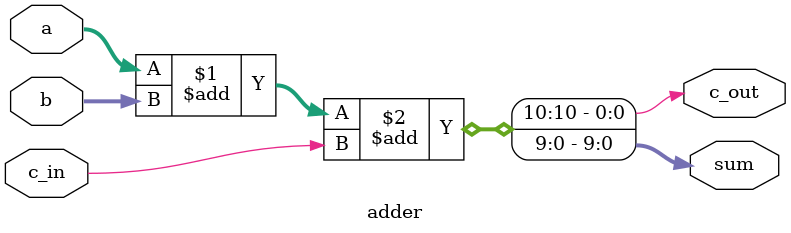
<source format=v>
module adder #(parameter width = 10) (sum, c_out, a, b, c_in);
output [width - 1 : 0] sum;
output c_out;
input [width - 1 : 0] a, b;
input c_in;

assign {c_out, sum} = a + b + c_in;
endmodule

</source>
